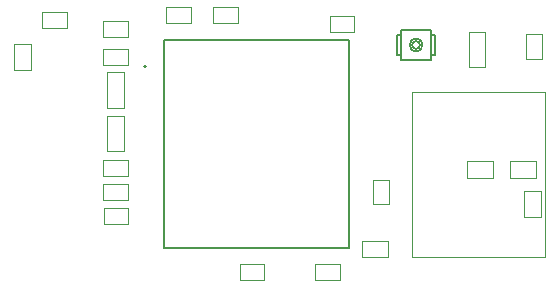
<source format=gbr>
G04*
G04 #@! TF.GenerationSoftware,Altium Limited,Altium Designer,23.0.1 (38)*
G04*
G04 Layer_Color=16711935*
%FSLAX25Y25*%
%MOIN*%
G70*
G04*
G04 #@! TF.SameCoordinates,4768A386-72EE-4230-A5FA-DA0B4273AB17*
G04*
G04*
G04 #@! TF.FilePolarity,Positive*
G04*
G01*
G75*
%ADD10C,0.00787*%
%ADD13C,0.00500*%
%ADD14C,0.00394*%
D10*
X346189Y275402D02*
G03*
X346189Y275402I-394J0D01*
G01*
D13*
X437541Y282539D02*
G03*
X437541Y282539I-1309J0D01*
G01*
X438364D02*
G03*
X438364Y282539I-2171J0D01*
G01*
X352095Y284260D02*
X413905D01*
Y214968D02*
Y284260D01*
X352095Y214968D02*
X413905D01*
X352095D02*
Y284260D01*
X431075Y277382D02*
Y279075D01*
Y287618D01*
X441311Y277382D02*
Y287618D01*
X441626Y285925D02*
X442374D01*
Y279075D02*
Y285925D01*
X441468Y279075D02*
X442374D01*
X430012D02*
Y285925D01*
X430957D01*
Y285965D01*
X431075Y277382D02*
X441311D01*
X431075Y287618D02*
X441311D01*
X430012Y279075D02*
X431075D01*
D14*
X331866Y275842D02*
X340134D01*
X331866Y281157D02*
X340134D01*
Y275842D02*
Y281157D01*
X331866Y275842D02*
Y281157D01*
X453169Y243854D02*
X461831D01*
X453169Y238146D02*
X461831D01*
Y243854D01*
X453169Y238146D02*
Y243854D01*
X467669Y238146D02*
X476331D01*
X467669Y243854D02*
X476331D01*
X467669Y238146D02*
Y243854D01*
X476331Y238146D02*
Y243854D01*
X479047Y211713D02*
Y266831D01*
X434953D02*
X479047D01*
X434953Y211713D02*
Y266831D01*
Y211713D02*
X479047D01*
X418169Y211842D02*
X426831D01*
X418169Y217158D02*
X426831D01*
X418169Y211842D02*
Y217158D01*
X426831Y211842D02*
Y217158D01*
X319795Y288342D02*
Y293657D01*
X311528Y288342D02*
Y293657D01*
Y288342D02*
X319795D01*
X311528Y293657D02*
X319795D01*
X307854Y274169D02*
Y282831D01*
X302146Y274169D02*
Y282831D01*
X307854D01*
X302146Y274169D02*
X307854D01*
X331866Y236157D02*
X340134D01*
X331866Y230842D02*
X340134D01*
X331866D02*
Y236157D01*
X340134Y230842D02*
Y236157D01*
X331866Y238843D02*
X340134D01*
X331866Y244158D02*
X340134D01*
Y238843D02*
Y244158D01*
X331866Y238843D02*
Y244158D01*
X331866Y285343D02*
X340134D01*
X331866Y290657D02*
X340134D01*
Y285343D02*
Y290657D01*
X331866Y285343D02*
Y290657D01*
X332028Y222843D02*
X340295D01*
X332028Y228157D02*
X340295D01*
Y222843D02*
Y228157D01*
X332028Y222843D02*
Y228157D01*
X385634Y204343D02*
Y209658D01*
X377366Y204343D02*
Y209658D01*
Y204343D02*
X385634D01*
X377366Y209658D02*
X385634D01*
X402528D02*
X410795D01*
X402528Y204343D02*
X410795D01*
X402528D02*
Y209658D01*
X410795Y204343D02*
Y209658D01*
X421842Y229366D02*
X427157D01*
X421842Y237634D02*
X427157D01*
X421842Y229366D02*
Y237634D01*
X427157Y229366D02*
Y237634D01*
X376795Y289843D02*
Y295158D01*
X368528Y289843D02*
Y295158D01*
Y289843D02*
X376795D01*
X368528Y295158D02*
X376795D01*
X352866Y289843D02*
X361134D01*
X352866Y295158D02*
X361134D01*
Y289843D02*
Y295158D01*
X352866Y289843D02*
Y295158D01*
X407366Y292158D02*
X415634D01*
X407366Y286842D02*
X415634D01*
X407366D02*
Y292158D01*
X415634Y286842D02*
Y292158D01*
X472843Y286295D02*
X478158D01*
X472843Y278028D02*
X478158D01*
Y286295D01*
X472843Y278028D02*
Y286295D01*
X453744Y275095D02*
Y286906D01*
X459256Y275095D02*
Y286906D01*
X453744D02*
X459256D01*
X453744Y275095D02*
X459256D01*
X338756Y247094D02*
Y258906D01*
X333244Y247094D02*
Y258906D01*
Y247094D02*
X338756D01*
X333244Y258906D02*
X338756D01*
X333244Y261595D02*
Y273406D01*
X338756Y261595D02*
Y273406D01*
X333244D02*
X338756D01*
X333244Y261595D02*
X338756D01*
X472146Y225169D02*
X477854D01*
X472146Y233831D02*
X477854D01*
Y225169D02*
Y233831D01*
X472146Y225169D02*
Y233831D01*
M02*

</source>
